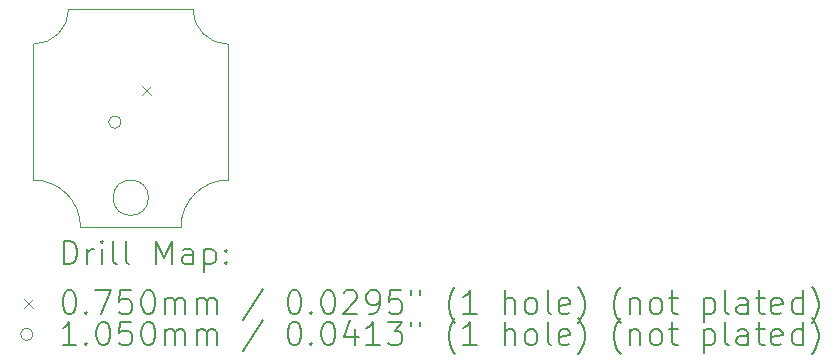
<source format=gbr>
%TF.GenerationSoftware,KiCad,Pcbnew,8.0.2*%
%TF.CreationDate,2024-10-03T22:03:05+02:00*%
%TF.ProjectId,skrhade_single_pcb,736b7268-6164-4655-9f73-696e676c655f,rev?*%
%TF.SameCoordinates,Original*%
%TF.FileFunction,Drillmap*%
%TF.FilePolarity,Positive*%
%FSLAX45Y45*%
G04 Gerber Fmt 4.5, Leading zero omitted, Abs format (unit mm)*
G04 Created by KiCad (PCBNEW 8.0.2) date 2024-10-03 22:03:05*
%MOMM*%
%LPD*%
G01*
G04 APERTURE LIST*
%ADD10C,0.050000*%
%ADD11C,0.200000*%
%ADD12C,0.100000*%
%ADD13C,0.105000*%
G04 APERTURE END LIST*
D10*
X9325000Y-11600000D02*
G75*
G02*
X9025000Y-11600000I-150000J0D01*
G01*
X9025000Y-11600000D02*
G75*
G02*
X9325000Y-11600000I150000J0D01*
G01*
X8750000Y-11850000D02*
X9600000Y-11850000D01*
X8350000Y-11450000D02*
G75*
G02*
X8750000Y-11850000I0J-400000D01*
G01*
X10000000Y-10300000D02*
G75*
G02*
X9700000Y-10000000I0J300000D01*
G01*
X8650000Y-10000000D02*
G75*
G02*
X8350000Y-10300000I-300000J0D01*
G01*
X10000000Y-10300000D02*
X10000000Y-11450000D01*
X8650000Y-10000000D02*
X9700000Y-10000000D01*
X8350000Y-11450000D02*
X8350000Y-10300000D01*
X9600000Y-11850000D02*
G75*
G02*
X10000000Y-11450000I400000J0D01*
G01*
D11*
D12*
X9271850Y-10653150D02*
X9346850Y-10728150D01*
X9346850Y-10653150D02*
X9271850Y-10728150D01*
D13*
X9093150Y-10959350D02*
G75*
G02*
X8988150Y-10959350I-52500J0D01*
G01*
X8988150Y-10959350D02*
G75*
G02*
X9093150Y-10959350I52500J0D01*
G01*
D11*
X8608277Y-12163984D02*
X8608277Y-11963984D01*
X8608277Y-11963984D02*
X8655896Y-11963984D01*
X8655896Y-11963984D02*
X8684467Y-11973508D01*
X8684467Y-11973508D02*
X8703515Y-11992555D01*
X8703515Y-11992555D02*
X8713039Y-12011603D01*
X8713039Y-12011603D02*
X8722563Y-12049698D01*
X8722563Y-12049698D02*
X8722563Y-12078269D01*
X8722563Y-12078269D02*
X8713039Y-12116365D01*
X8713039Y-12116365D02*
X8703515Y-12135412D01*
X8703515Y-12135412D02*
X8684467Y-12154460D01*
X8684467Y-12154460D02*
X8655896Y-12163984D01*
X8655896Y-12163984D02*
X8608277Y-12163984D01*
X8808277Y-12163984D02*
X8808277Y-12030650D01*
X8808277Y-12068746D02*
X8817801Y-12049698D01*
X8817801Y-12049698D02*
X8827324Y-12040174D01*
X8827324Y-12040174D02*
X8846372Y-12030650D01*
X8846372Y-12030650D02*
X8865420Y-12030650D01*
X8932086Y-12163984D02*
X8932086Y-12030650D01*
X8932086Y-11963984D02*
X8922563Y-11973508D01*
X8922563Y-11973508D02*
X8932086Y-11983031D01*
X8932086Y-11983031D02*
X8941610Y-11973508D01*
X8941610Y-11973508D02*
X8932086Y-11963984D01*
X8932086Y-11963984D02*
X8932086Y-11983031D01*
X9055896Y-12163984D02*
X9036848Y-12154460D01*
X9036848Y-12154460D02*
X9027324Y-12135412D01*
X9027324Y-12135412D02*
X9027324Y-11963984D01*
X9160658Y-12163984D02*
X9141610Y-12154460D01*
X9141610Y-12154460D02*
X9132086Y-12135412D01*
X9132086Y-12135412D02*
X9132086Y-11963984D01*
X9389229Y-12163984D02*
X9389229Y-11963984D01*
X9389229Y-11963984D02*
X9455896Y-12106841D01*
X9455896Y-12106841D02*
X9522563Y-11963984D01*
X9522563Y-11963984D02*
X9522563Y-12163984D01*
X9703515Y-12163984D02*
X9703515Y-12059222D01*
X9703515Y-12059222D02*
X9693991Y-12040174D01*
X9693991Y-12040174D02*
X9674944Y-12030650D01*
X9674944Y-12030650D02*
X9636848Y-12030650D01*
X9636848Y-12030650D02*
X9617801Y-12040174D01*
X9703515Y-12154460D02*
X9684467Y-12163984D01*
X9684467Y-12163984D02*
X9636848Y-12163984D01*
X9636848Y-12163984D02*
X9617801Y-12154460D01*
X9617801Y-12154460D02*
X9608277Y-12135412D01*
X9608277Y-12135412D02*
X9608277Y-12116365D01*
X9608277Y-12116365D02*
X9617801Y-12097317D01*
X9617801Y-12097317D02*
X9636848Y-12087793D01*
X9636848Y-12087793D02*
X9684467Y-12087793D01*
X9684467Y-12087793D02*
X9703515Y-12078269D01*
X9798753Y-12030650D02*
X9798753Y-12230650D01*
X9798753Y-12040174D02*
X9817801Y-12030650D01*
X9817801Y-12030650D02*
X9855896Y-12030650D01*
X9855896Y-12030650D02*
X9874944Y-12040174D01*
X9874944Y-12040174D02*
X9884467Y-12049698D01*
X9884467Y-12049698D02*
X9893991Y-12068746D01*
X9893991Y-12068746D02*
X9893991Y-12125888D01*
X9893991Y-12125888D02*
X9884467Y-12144936D01*
X9884467Y-12144936D02*
X9874944Y-12154460D01*
X9874944Y-12154460D02*
X9855896Y-12163984D01*
X9855896Y-12163984D02*
X9817801Y-12163984D01*
X9817801Y-12163984D02*
X9798753Y-12154460D01*
X9979705Y-12144936D02*
X9989229Y-12154460D01*
X9989229Y-12154460D02*
X9979705Y-12163984D01*
X9979705Y-12163984D02*
X9970182Y-12154460D01*
X9970182Y-12154460D02*
X9979705Y-12144936D01*
X9979705Y-12144936D02*
X9979705Y-12163984D01*
X9979705Y-12040174D02*
X9989229Y-12049698D01*
X9989229Y-12049698D02*
X9979705Y-12059222D01*
X9979705Y-12059222D02*
X9970182Y-12049698D01*
X9970182Y-12049698D02*
X9979705Y-12040174D01*
X9979705Y-12040174D02*
X9979705Y-12059222D01*
D12*
X8272500Y-12455000D02*
X8347500Y-12530000D01*
X8347500Y-12455000D02*
X8272500Y-12530000D01*
D11*
X8646372Y-12383984D02*
X8665420Y-12383984D01*
X8665420Y-12383984D02*
X8684467Y-12393508D01*
X8684467Y-12393508D02*
X8693991Y-12403031D01*
X8693991Y-12403031D02*
X8703515Y-12422079D01*
X8703515Y-12422079D02*
X8713039Y-12460174D01*
X8713039Y-12460174D02*
X8713039Y-12507793D01*
X8713039Y-12507793D02*
X8703515Y-12545888D01*
X8703515Y-12545888D02*
X8693991Y-12564936D01*
X8693991Y-12564936D02*
X8684467Y-12574460D01*
X8684467Y-12574460D02*
X8665420Y-12583984D01*
X8665420Y-12583984D02*
X8646372Y-12583984D01*
X8646372Y-12583984D02*
X8627324Y-12574460D01*
X8627324Y-12574460D02*
X8617801Y-12564936D01*
X8617801Y-12564936D02*
X8608277Y-12545888D01*
X8608277Y-12545888D02*
X8598753Y-12507793D01*
X8598753Y-12507793D02*
X8598753Y-12460174D01*
X8598753Y-12460174D02*
X8608277Y-12422079D01*
X8608277Y-12422079D02*
X8617801Y-12403031D01*
X8617801Y-12403031D02*
X8627324Y-12393508D01*
X8627324Y-12393508D02*
X8646372Y-12383984D01*
X8798753Y-12564936D02*
X8808277Y-12574460D01*
X8808277Y-12574460D02*
X8798753Y-12583984D01*
X8798753Y-12583984D02*
X8789229Y-12574460D01*
X8789229Y-12574460D02*
X8798753Y-12564936D01*
X8798753Y-12564936D02*
X8798753Y-12583984D01*
X8874944Y-12383984D02*
X9008277Y-12383984D01*
X9008277Y-12383984D02*
X8922563Y-12583984D01*
X9179705Y-12383984D02*
X9084467Y-12383984D01*
X9084467Y-12383984D02*
X9074944Y-12479222D01*
X9074944Y-12479222D02*
X9084467Y-12469698D01*
X9084467Y-12469698D02*
X9103515Y-12460174D01*
X9103515Y-12460174D02*
X9151134Y-12460174D01*
X9151134Y-12460174D02*
X9170182Y-12469698D01*
X9170182Y-12469698D02*
X9179705Y-12479222D01*
X9179705Y-12479222D02*
X9189229Y-12498269D01*
X9189229Y-12498269D02*
X9189229Y-12545888D01*
X9189229Y-12545888D02*
X9179705Y-12564936D01*
X9179705Y-12564936D02*
X9170182Y-12574460D01*
X9170182Y-12574460D02*
X9151134Y-12583984D01*
X9151134Y-12583984D02*
X9103515Y-12583984D01*
X9103515Y-12583984D02*
X9084467Y-12574460D01*
X9084467Y-12574460D02*
X9074944Y-12564936D01*
X9313039Y-12383984D02*
X9332086Y-12383984D01*
X9332086Y-12383984D02*
X9351134Y-12393508D01*
X9351134Y-12393508D02*
X9360658Y-12403031D01*
X9360658Y-12403031D02*
X9370182Y-12422079D01*
X9370182Y-12422079D02*
X9379705Y-12460174D01*
X9379705Y-12460174D02*
X9379705Y-12507793D01*
X9379705Y-12507793D02*
X9370182Y-12545888D01*
X9370182Y-12545888D02*
X9360658Y-12564936D01*
X9360658Y-12564936D02*
X9351134Y-12574460D01*
X9351134Y-12574460D02*
X9332086Y-12583984D01*
X9332086Y-12583984D02*
X9313039Y-12583984D01*
X9313039Y-12583984D02*
X9293991Y-12574460D01*
X9293991Y-12574460D02*
X9284467Y-12564936D01*
X9284467Y-12564936D02*
X9274944Y-12545888D01*
X9274944Y-12545888D02*
X9265420Y-12507793D01*
X9265420Y-12507793D02*
X9265420Y-12460174D01*
X9265420Y-12460174D02*
X9274944Y-12422079D01*
X9274944Y-12422079D02*
X9284467Y-12403031D01*
X9284467Y-12403031D02*
X9293991Y-12393508D01*
X9293991Y-12393508D02*
X9313039Y-12383984D01*
X9465420Y-12583984D02*
X9465420Y-12450650D01*
X9465420Y-12469698D02*
X9474944Y-12460174D01*
X9474944Y-12460174D02*
X9493991Y-12450650D01*
X9493991Y-12450650D02*
X9522563Y-12450650D01*
X9522563Y-12450650D02*
X9541610Y-12460174D01*
X9541610Y-12460174D02*
X9551134Y-12479222D01*
X9551134Y-12479222D02*
X9551134Y-12583984D01*
X9551134Y-12479222D02*
X9560658Y-12460174D01*
X9560658Y-12460174D02*
X9579705Y-12450650D01*
X9579705Y-12450650D02*
X9608277Y-12450650D01*
X9608277Y-12450650D02*
X9627325Y-12460174D01*
X9627325Y-12460174D02*
X9636848Y-12479222D01*
X9636848Y-12479222D02*
X9636848Y-12583984D01*
X9732086Y-12583984D02*
X9732086Y-12450650D01*
X9732086Y-12469698D02*
X9741610Y-12460174D01*
X9741610Y-12460174D02*
X9760658Y-12450650D01*
X9760658Y-12450650D02*
X9789229Y-12450650D01*
X9789229Y-12450650D02*
X9808277Y-12460174D01*
X9808277Y-12460174D02*
X9817801Y-12479222D01*
X9817801Y-12479222D02*
X9817801Y-12583984D01*
X9817801Y-12479222D02*
X9827325Y-12460174D01*
X9827325Y-12460174D02*
X9846372Y-12450650D01*
X9846372Y-12450650D02*
X9874944Y-12450650D01*
X9874944Y-12450650D02*
X9893991Y-12460174D01*
X9893991Y-12460174D02*
X9903515Y-12479222D01*
X9903515Y-12479222D02*
X9903515Y-12583984D01*
X10293991Y-12374460D02*
X10122563Y-12631603D01*
X10551134Y-12383984D02*
X10570182Y-12383984D01*
X10570182Y-12383984D02*
X10589229Y-12393508D01*
X10589229Y-12393508D02*
X10598753Y-12403031D01*
X10598753Y-12403031D02*
X10608277Y-12422079D01*
X10608277Y-12422079D02*
X10617801Y-12460174D01*
X10617801Y-12460174D02*
X10617801Y-12507793D01*
X10617801Y-12507793D02*
X10608277Y-12545888D01*
X10608277Y-12545888D02*
X10598753Y-12564936D01*
X10598753Y-12564936D02*
X10589229Y-12574460D01*
X10589229Y-12574460D02*
X10570182Y-12583984D01*
X10570182Y-12583984D02*
X10551134Y-12583984D01*
X10551134Y-12583984D02*
X10532087Y-12574460D01*
X10532087Y-12574460D02*
X10522563Y-12564936D01*
X10522563Y-12564936D02*
X10513039Y-12545888D01*
X10513039Y-12545888D02*
X10503515Y-12507793D01*
X10503515Y-12507793D02*
X10503515Y-12460174D01*
X10503515Y-12460174D02*
X10513039Y-12422079D01*
X10513039Y-12422079D02*
X10522563Y-12403031D01*
X10522563Y-12403031D02*
X10532087Y-12393508D01*
X10532087Y-12393508D02*
X10551134Y-12383984D01*
X10703515Y-12564936D02*
X10713039Y-12574460D01*
X10713039Y-12574460D02*
X10703515Y-12583984D01*
X10703515Y-12583984D02*
X10693991Y-12574460D01*
X10693991Y-12574460D02*
X10703515Y-12564936D01*
X10703515Y-12564936D02*
X10703515Y-12583984D01*
X10836848Y-12383984D02*
X10855896Y-12383984D01*
X10855896Y-12383984D02*
X10874944Y-12393508D01*
X10874944Y-12393508D02*
X10884468Y-12403031D01*
X10884468Y-12403031D02*
X10893991Y-12422079D01*
X10893991Y-12422079D02*
X10903515Y-12460174D01*
X10903515Y-12460174D02*
X10903515Y-12507793D01*
X10903515Y-12507793D02*
X10893991Y-12545888D01*
X10893991Y-12545888D02*
X10884468Y-12564936D01*
X10884468Y-12564936D02*
X10874944Y-12574460D01*
X10874944Y-12574460D02*
X10855896Y-12583984D01*
X10855896Y-12583984D02*
X10836848Y-12583984D01*
X10836848Y-12583984D02*
X10817801Y-12574460D01*
X10817801Y-12574460D02*
X10808277Y-12564936D01*
X10808277Y-12564936D02*
X10798753Y-12545888D01*
X10798753Y-12545888D02*
X10789229Y-12507793D01*
X10789229Y-12507793D02*
X10789229Y-12460174D01*
X10789229Y-12460174D02*
X10798753Y-12422079D01*
X10798753Y-12422079D02*
X10808277Y-12403031D01*
X10808277Y-12403031D02*
X10817801Y-12393508D01*
X10817801Y-12393508D02*
X10836848Y-12383984D01*
X10979706Y-12403031D02*
X10989229Y-12393508D01*
X10989229Y-12393508D02*
X11008277Y-12383984D01*
X11008277Y-12383984D02*
X11055896Y-12383984D01*
X11055896Y-12383984D02*
X11074944Y-12393508D01*
X11074944Y-12393508D02*
X11084468Y-12403031D01*
X11084468Y-12403031D02*
X11093991Y-12422079D01*
X11093991Y-12422079D02*
X11093991Y-12441127D01*
X11093991Y-12441127D02*
X11084468Y-12469698D01*
X11084468Y-12469698D02*
X10970182Y-12583984D01*
X10970182Y-12583984D02*
X11093991Y-12583984D01*
X11189229Y-12583984D02*
X11227325Y-12583984D01*
X11227325Y-12583984D02*
X11246372Y-12574460D01*
X11246372Y-12574460D02*
X11255896Y-12564936D01*
X11255896Y-12564936D02*
X11274944Y-12536365D01*
X11274944Y-12536365D02*
X11284467Y-12498269D01*
X11284467Y-12498269D02*
X11284467Y-12422079D01*
X11284467Y-12422079D02*
X11274944Y-12403031D01*
X11274944Y-12403031D02*
X11265420Y-12393508D01*
X11265420Y-12393508D02*
X11246372Y-12383984D01*
X11246372Y-12383984D02*
X11208277Y-12383984D01*
X11208277Y-12383984D02*
X11189229Y-12393508D01*
X11189229Y-12393508D02*
X11179706Y-12403031D01*
X11179706Y-12403031D02*
X11170182Y-12422079D01*
X11170182Y-12422079D02*
X11170182Y-12469698D01*
X11170182Y-12469698D02*
X11179706Y-12488746D01*
X11179706Y-12488746D02*
X11189229Y-12498269D01*
X11189229Y-12498269D02*
X11208277Y-12507793D01*
X11208277Y-12507793D02*
X11246372Y-12507793D01*
X11246372Y-12507793D02*
X11265420Y-12498269D01*
X11265420Y-12498269D02*
X11274944Y-12488746D01*
X11274944Y-12488746D02*
X11284467Y-12469698D01*
X11465420Y-12383984D02*
X11370182Y-12383984D01*
X11370182Y-12383984D02*
X11360658Y-12479222D01*
X11360658Y-12479222D02*
X11370182Y-12469698D01*
X11370182Y-12469698D02*
X11389229Y-12460174D01*
X11389229Y-12460174D02*
X11436848Y-12460174D01*
X11436848Y-12460174D02*
X11455896Y-12469698D01*
X11455896Y-12469698D02*
X11465420Y-12479222D01*
X11465420Y-12479222D02*
X11474944Y-12498269D01*
X11474944Y-12498269D02*
X11474944Y-12545888D01*
X11474944Y-12545888D02*
X11465420Y-12564936D01*
X11465420Y-12564936D02*
X11455896Y-12574460D01*
X11455896Y-12574460D02*
X11436848Y-12583984D01*
X11436848Y-12583984D02*
X11389229Y-12583984D01*
X11389229Y-12583984D02*
X11370182Y-12574460D01*
X11370182Y-12574460D02*
X11360658Y-12564936D01*
X11551134Y-12383984D02*
X11551134Y-12422079D01*
X11627325Y-12383984D02*
X11627325Y-12422079D01*
X11922563Y-12660174D02*
X11913039Y-12650650D01*
X11913039Y-12650650D02*
X11893991Y-12622079D01*
X11893991Y-12622079D02*
X11884468Y-12603031D01*
X11884468Y-12603031D02*
X11874944Y-12574460D01*
X11874944Y-12574460D02*
X11865420Y-12526841D01*
X11865420Y-12526841D02*
X11865420Y-12488746D01*
X11865420Y-12488746D02*
X11874944Y-12441127D01*
X11874944Y-12441127D02*
X11884468Y-12412555D01*
X11884468Y-12412555D02*
X11893991Y-12393508D01*
X11893991Y-12393508D02*
X11913039Y-12364936D01*
X11913039Y-12364936D02*
X11922563Y-12355412D01*
X12103515Y-12583984D02*
X11989229Y-12583984D01*
X12046372Y-12583984D02*
X12046372Y-12383984D01*
X12046372Y-12383984D02*
X12027325Y-12412555D01*
X12027325Y-12412555D02*
X12008277Y-12431603D01*
X12008277Y-12431603D02*
X11989229Y-12441127D01*
X12341610Y-12583984D02*
X12341610Y-12383984D01*
X12427325Y-12583984D02*
X12427325Y-12479222D01*
X12427325Y-12479222D02*
X12417801Y-12460174D01*
X12417801Y-12460174D02*
X12398753Y-12450650D01*
X12398753Y-12450650D02*
X12370182Y-12450650D01*
X12370182Y-12450650D02*
X12351134Y-12460174D01*
X12351134Y-12460174D02*
X12341610Y-12469698D01*
X12551134Y-12583984D02*
X12532087Y-12574460D01*
X12532087Y-12574460D02*
X12522563Y-12564936D01*
X12522563Y-12564936D02*
X12513039Y-12545888D01*
X12513039Y-12545888D02*
X12513039Y-12488746D01*
X12513039Y-12488746D02*
X12522563Y-12469698D01*
X12522563Y-12469698D02*
X12532087Y-12460174D01*
X12532087Y-12460174D02*
X12551134Y-12450650D01*
X12551134Y-12450650D02*
X12579706Y-12450650D01*
X12579706Y-12450650D02*
X12598753Y-12460174D01*
X12598753Y-12460174D02*
X12608277Y-12469698D01*
X12608277Y-12469698D02*
X12617801Y-12488746D01*
X12617801Y-12488746D02*
X12617801Y-12545888D01*
X12617801Y-12545888D02*
X12608277Y-12564936D01*
X12608277Y-12564936D02*
X12598753Y-12574460D01*
X12598753Y-12574460D02*
X12579706Y-12583984D01*
X12579706Y-12583984D02*
X12551134Y-12583984D01*
X12732087Y-12583984D02*
X12713039Y-12574460D01*
X12713039Y-12574460D02*
X12703515Y-12555412D01*
X12703515Y-12555412D02*
X12703515Y-12383984D01*
X12884468Y-12574460D02*
X12865420Y-12583984D01*
X12865420Y-12583984D02*
X12827325Y-12583984D01*
X12827325Y-12583984D02*
X12808277Y-12574460D01*
X12808277Y-12574460D02*
X12798753Y-12555412D01*
X12798753Y-12555412D02*
X12798753Y-12479222D01*
X12798753Y-12479222D02*
X12808277Y-12460174D01*
X12808277Y-12460174D02*
X12827325Y-12450650D01*
X12827325Y-12450650D02*
X12865420Y-12450650D01*
X12865420Y-12450650D02*
X12884468Y-12460174D01*
X12884468Y-12460174D02*
X12893991Y-12479222D01*
X12893991Y-12479222D02*
X12893991Y-12498269D01*
X12893991Y-12498269D02*
X12798753Y-12517317D01*
X12960658Y-12660174D02*
X12970182Y-12650650D01*
X12970182Y-12650650D02*
X12989230Y-12622079D01*
X12989230Y-12622079D02*
X12998753Y-12603031D01*
X12998753Y-12603031D02*
X13008277Y-12574460D01*
X13008277Y-12574460D02*
X13017801Y-12526841D01*
X13017801Y-12526841D02*
X13017801Y-12488746D01*
X13017801Y-12488746D02*
X13008277Y-12441127D01*
X13008277Y-12441127D02*
X12998753Y-12412555D01*
X12998753Y-12412555D02*
X12989230Y-12393508D01*
X12989230Y-12393508D02*
X12970182Y-12364936D01*
X12970182Y-12364936D02*
X12960658Y-12355412D01*
X13322563Y-12660174D02*
X13313039Y-12650650D01*
X13313039Y-12650650D02*
X13293991Y-12622079D01*
X13293991Y-12622079D02*
X13284468Y-12603031D01*
X13284468Y-12603031D02*
X13274944Y-12574460D01*
X13274944Y-12574460D02*
X13265420Y-12526841D01*
X13265420Y-12526841D02*
X13265420Y-12488746D01*
X13265420Y-12488746D02*
X13274944Y-12441127D01*
X13274944Y-12441127D02*
X13284468Y-12412555D01*
X13284468Y-12412555D02*
X13293991Y-12393508D01*
X13293991Y-12393508D02*
X13313039Y-12364936D01*
X13313039Y-12364936D02*
X13322563Y-12355412D01*
X13398753Y-12450650D02*
X13398753Y-12583984D01*
X13398753Y-12469698D02*
X13408277Y-12460174D01*
X13408277Y-12460174D02*
X13427325Y-12450650D01*
X13427325Y-12450650D02*
X13455896Y-12450650D01*
X13455896Y-12450650D02*
X13474944Y-12460174D01*
X13474944Y-12460174D02*
X13484468Y-12479222D01*
X13484468Y-12479222D02*
X13484468Y-12583984D01*
X13608277Y-12583984D02*
X13589230Y-12574460D01*
X13589230Y-12574460D02*
X13579706Y-12564936D01*
X13579706Y-12564936D02*
X13570182Y-12545888D01*
X13570182Y-12545888D02*
X13570182Y-12488746D01*
X13570182Y-12488746D02*
X13579706Y-12469698D01*
X13579706Y-12469698D02*
X13589230Y-12460174D01*
X13589230Y-12460174D02*
X13608277Y-12450650D01*
X13608277Y-12450650D02*
X13636849Y-12450650D01*
X13636849Y-12450650D02*
X13655896Y-12460174D01*
X13655896Y-12460174D02*
X13665420Y-12469698D01*
X13665420Y-12469698D02*
X13674944Y-12488746D01*
X13674944Y-12488746D02*
X13674944Y-12545888D01*
X13674944Y-12545888D02*
X13665420Y-12564936D01*
X13665420Y-12564936D02*
X13655896Y-12574460D01*
X13655896Y-12574460D02*
X13636849Y-12583984D01*
X13636849Y-12583984D02*
X13608277Y-12583984D01*
X13732087Y-12450650D02*
X13808277Y-12450650D01*
X13760658Y-12383984D02*
X13760658Y-12555412D01*
X13760658Y-12555412D02*
X13770182Y-12574460D01*
X13770182Y-12574460D02*
X13789230Y-12583984D01*
X13789230Y-12583984D02*
X13808277Y-12583984D01*
X14027325Y-12450650D02*
X14027325Y-12650650D01*
X14027325Y-12460174D02*
X14046372Y-12450650D01*
X14046372Y-12450650D02*
X14084468Y-12450650D01*
X14084468Y-12450650D02*
X14103515Y-12460174D01*
X14103515Y-12460174D02*
X14113039Y-12469698D01*
X14113039Y-12469698D02*
X14122563Y-12488746D01*
X14122563Y-12488746D02*
X14122563Y-12545888D01*
X14122563Y-12545888D02*
X14113039Y-12564936D01*
X14113039Y-12564936D02*
X14103515Y-12574460D01*
X14103515Y-12574460D02*
X14084468Y-12583984D01*
X14084468Y-12583984D02*
X14046372Y-12583984D01*
X14046372Y-12583984D02*
X14027325Y-12574460D01*
X14236849Y-12583984D02*
X14217801Y-12574460D01*
X14217801Y-12574460D02*
X14208277Y-12555412D01*
X14208277Y-12555412D02*
X14208277Y-12383984D01*
X14398753Y-12583984D02*
X14398753Y-12479222D01*
X14398753Y-12479222D02*
X14389230Y-12460174D01*
X14389230Y-12460174D02*
X14370182Y-12450650D01*
X14370182Y-12450650D02*
X14332087Y-12450650D01*
X14332087Y-12450650D02*
X14313039Y-12460174D01*
X14398753Y-12574460D02*
X14379706Y-12583984D01*
X14379706Y-12583984D02*
X14332087Y-12583984D01*
X14332087Y-12583984D02*
X14313039Y-12574460D01*
X14313039Y-12574460D02*
X14303515Y-12555412D01*
X14303515Y-12555412D02*
X14303515Y-12536365D01*
X14303515Y-12536365D02*
X14313039Y-12517317D01*
X14313039Y-12517317D02*
X14332087Y-12507793D01*
X14332087Y-12507793D02*
X14379706Y-12507793D01*
X14379706Y-12507793D02*
X14398753Y-12498269D01*
X14465420Y-12450650D02*
X14541611Y-12450650D01*
X14493992Y-12383984D02*
X14493992Y-12555412D01*
X14493992Y-12555412D02*
X14503515Y-12574460D01*
X14503515Y-12574460D02*
X14522563Y-12583984D01*
X14522563Y-12583984D02*
X14541611Y-12583984D01*
X14684468Y-12574460D02*
X14665420Y-12583984D01*
X14665420Y-12583984D02*
X14627325Y-12583984D01*
X14627325Y-12583984D02*
X14608277Y-12574460D01*
X14608277Y-12574460D02*
X14598753Y-12555412D01*
X14598753Y-12555412D02*
X14598753Y-12479222D01*
X14598753Y-12479222D02*
X14608277Y-12460174D01*
X14608277Y-12460174D02*
X14627325Y-12450650D01*
X14627325Y-12450650D02*
X14665420Y-12450650D01*
X14665420Y-12450650D02*
X14684468Y-12460174D01*
X14684468Y-12460174D02*
X14693992Y-12479222D01*
X14693992Y-12479222D02*
X14693992Y-12498269D01*
X14693992Y-12498269D02*
X14598753Y-12517317D01*
X14865420Y-12583984D02*
X14865420Y-12383984D01*
X14865420Y-12574460D02*
X14846373Y-12583984D01*
X14846373Y-12583984D02*
X14808277Y-12583984D01*
X14808277Y-12583984D02*
X14789230Y-12574460D01*
X14789230Y-12574460D02*
X14779706Y-12564936D01*
X14779706Y-12564936D02*
X14770182Y-12545888D01*
X14770182Y-12545888D02*
X14770182Y-12488746D01*
X14770182Y-12488746D02*
X14779706Y-12469698D01*
X14779706Y-12469698D02*
X14789230Y-12460174D01*
X14789230Y-12460174D02*
X14808277Y-12450650D01*
X14808277Y-12450650D02*
X14846373Y-12450650D01*
X14846373Y-12450650D02*
X14865420Y-12460174D01*
X14941611Y-12660174D02*
X14951134Y-12650650D01*
X14951134Y-12650650D02*
X14970182Y-12622079D01*
X14970182Y-12622079D02*
X14979706Y-12603031D01*
X14979706Y-12603031D02*
X14989230Y-12574460D01*
X14989230Y-12574460D02*
X14998753Y-12526841D01*
X14998753Y-12526841D02*
X14998753Y-12488746D01*
X14998753Y-12488746D02*
X14989230Y-12441127D01*
X14989230Y-12441127D02*
X14979706Y-12412555D01*
X14979706Y-12412555D02*
X14970182Y-12393508D01*
X14970182Y-12393508D02*
X14951134Y-12364936D01*
X14951134Y-12364936D02*
X14941611Y-12355412D01*
D13*
X8347500Y-12756500D02*
G75*
G02*
X8242500Y-12756500I-52500J0D01*
G01*
X8242500Y-12756500D02*
G75*
G02*
X8347500Y-12756500I52500J0D01*
G01*
D11*
X8713039Y-12847984D02*
X8598753Y-12847984D01*
X8655896Y-12847984D02*
X8655896Y-12647984D01*
X8655896Y-12647984D02*
X8636848Y-12676555D01*
X8636848Y-12676555D02*
X8617801Y-12695603D01*
X8617801Y-12695603D02*
X8598753Y-12705127D01*
X8798753Y-12828936D02*
X8808277Y-12838460D01*
X8808277Y-12838460D02*
X8798753Y-12847984D01*
X8798753Y-12847984D02*
X8789229Y-12838460D01*
X8789229Y-12838460D02*
X8798753Y-12828936D01*
X8798753Y-12828936D02*
X8798753Y-12847984D01*
X8932086Y-12647984D02*
X8951134Y-12647984D01*
X8951134Y-12647984D02*
X8970182Y-12657508D01*
X8970182Y-12657508D02*
X8979705Y-12667031D01*
X8979705Y-12667031D02*
X8989229Y-12686079D01*
X8989229Y-12686079D02*
X8998753Y-12724174D01*
X8998753Y-12724174D02*
X8998753Y-12771793D01*
X8998753Y-12771793D02*
X8989229Y-12809888D01*
X8989229Y-12809888D02*
X8979705Y-12828936D01*
X8979705Y-12828936D02*
X8970182Y-12838460D01*
X8970182Y-12838460D02*
X8951134Y-12847984D01*
X8951134Y-12847984D02*
X8932086Y-12847984D01*
X8932086Y-12847984D02*
X8913039Y-12838460D01*
X8913039Y-12838460D02*
X8903515Y-12828936D01*
X8903515Y-12828936D02*
X8893991Y-12809888D01*
X8893991Y-12809888D02*
X8884467Y-12771793D01*
X8884467Y-12771793D02*
X8884467Y-12724174D01*
X8884467Y-12724174D02*
X8893991Y-12686079D01*
X8893991Y-12686079D02*
X8903515Y-12667031D01*
X8903515Y-12667031D02*
X8913039Y-12657508D01*
X8913039Y-12657508D02*
X8932086Y-12647984D01*
X9179705Y-12647984D02*
X9084467Y-12647984D01*
X9084467Y-12647984D02*
X9074944Y-12743222D01*
X9074944Y-12743222D02*
X9084467Y-12733698D01*
X9084467Y-12733698D02*
X9103515Y-12724174D01*
X9103515Y-12724174D02*
X9151134Y-12724174D01*
X9151134Y-12724174D02*
X9170182Y-12733698D01*
X9170182Y-12733698D02*
X9179705Y-12743222D01*
X9179705Y-12743222D02*
X9189229Y-12762269D01*
X9189229Y-12762269D02*
X9189229Y-12809888D01*
X9189229Y-12809888D02*
X9179705Y-12828936D01*
X9179705Y-12828936D02*
X9170182Y-12838460D01*
X9170182Y-12838460D02*
X9151134Y-12847984D01*
X9151134Y-12847984D02*
X9103515Y-12847984D01*
X9103515Y-12847984D02*
X9084467Y-12838460D01*
X9084467Y-12838460D02*
X9074944Y-12828936D01*
X9313039Y-12647984D02*
X9332086Y-12647984D01*
X9332086Y-12647984D02*
X9351134Y-12657508D01*
X9351134Y-12657508D02*
X9360658Y-12667031D01*
X9360658Y-12667031D02*
X9370182Y-12686079D01*
X9370182Y-12686079D02*
X9379705Y-12724174D01*
X9379705Y-12724174D02*
X9379705Y-12771793D01*
X9379705Y-12771793D02*
X9370182Y-12809888D01*
X9370182Y-12809888D02*
X9360658Y-12828936D01*
X9360658Y-12828936D02*
X9351134Y-12838460D01*
X9351134Y-12838460D02*
X9332086Y-12847984D01*
X9332086Y-12847984D02*
X9313039Y-12847984D01*
X9313039Y-12847984D02*
X9293991Y-12838460D01*
X9293991Y-12838460D02*
X9284467Y-12828936D01*
X9284467Y-12828936D02*
X9274944Y-12809888D01*
X9274944Y-12809888D02*
X9265420Y-12771793D01*
X9265420Y-12771793D02*
X9265420Y-12724174D01*
X9265420Y-12724174D02*
X9274944Y-12686079D01*
X9274944Y-12686079D02*
X9284467Y-12667031D01*
X9284467Y-12667031D02*
X9293991Y-12657508D01*
X9293991Y-12657508D02*
X9313039Y-12647984D01*
X9465420Y-12847984D02*
X9465420Y-12714650D01*
X9465420Y-12733698D02*
X9474944Y-12724174D01*
X9474944Y-12724174D02*
X9493991Y-12714650D01*
X9493991Y-12714650D02*
X9522563Y-12714650D01*
X9522563Y-12714650D02*
X9541610Y-12724174D01*
X9541610Y-12724174D02*
X9551134Y-12743222D01*
X9551134Y-12743222D02*
X9551134Y-12847984D01*
X9551134Y-12743222D02*
X9560658Y-12724174D01*
X9560658Y-12724174D02*
X9579705Y-12714650D01*
X9579705Y-12714650D02*
X9608277Y-12714650D01*
X9608277Y-12714650D02*
X9627325Y-12724174D01*
X9627325Y-12724174D02*
X9636848Y-12743222D01*
X9636848Y-12743222D02*
X9636848Y-12847984D01*
X9732086Y-12847984D02*
X9732086Y-12714650D01*
X9732086Y-12733698D02*
X9741610Y-12724174D01*
X9741610Y-12724174D02*
X9760658Y-12714650D01*
X9760658Y-12714650D02*
X9789229Y-12714650D01*
X9789229Y-12714650D02*
X9808277Y-12724174D01*
X9808277Y-12724174D02*
X9817801Y-12743222D01*
X9817801Y-12743222D02*
X9817801Y-12847984D01*
X9817801Y-12743222D02*
X9827325Y-12724174D01*
X9827325Y-12724174D02*
X9846372Y-12714650D01*
X9846372Y-12714650D02*
X9874944Y-12714650D01*
X9874944Y-12714650D02*
X9893991Y-12724174D01*
X9893991Y-12724174D02*
X9903515Y-12743222D01*
X9903515Y-12743222D02*
X9903515Y-12847984D01*
X10293991Y-12638460D02*
X10122563Y-12895603D01*
X10551134Y-12647984D02*
X10570182Y-12647984D01*
X10570182Y-12647984D02*
X10589229Y-12657508D01*
X10589229Y-12657508D02*
X10598753Y-12667031D01*
X10598753Y-12667031D02*
X10608277Y-12686079D01*
X10608277Y-12686079D02*
X10617801Y-12724174D01*
X10617801Y-12724174D02*
X10617801Y-12771793D01*
X10617801Y-12771793D02*
X10608277Y-12809888D01*
X10608277Y-12809888D02*
X10598753Y-12828936D01*
X10598753Y-12828936D02*
X10589229Y-12838460D01*
X10589229Y-12838460D02*
X10570182Y-12847984D01*
X10570182Y-12847984D02*
X10551134Y-12847984D01*
X10551134Y-12847984D02*
X10532087Y-12838460D01*
X10532087Y-12838460D02*
X10522563Y-12828936D01*
X10522563Y-12828936D02*
X10513039Y-12809888D01*
X10513039Y-12809888D02*
X10503515Y-12771793D01*
X10503515Y-12771793D02*
X10503515Y-12724174D01*
X10503515Y-12724174D02*
X10513039Y-12686079D01*
X10513039Y-12686079D02*
X10522563Y-12667031D01*
X10522563Y-12667031D02*
X10532087Y-12657508D01*
X10532087Y-12657508D02*
X10551134Y-12647984D01*
X10703515Y-12828936D02*
X10713039Y-12838460D01*
X10713039Y-12838460D02*
X10703515Y-12847984D01*
X10703515Y-12847984D02*
X10693991Y-12838460D01*
X10693991Y-12838460D02*
X10703515Y-12828936D01*
X10703515Y-12828936D02*
X10703515Y-12847984D01*
X10836848Y-12647984D02*
X10855896Y-12647984D01*
X10855896Y-12647984D02*
X10874944Y-12657508D01*
X10874944Y-12657508D02*
X10884468Y-12667031D01*
X10884468Y-12667031D02*
X10893991Y-12686079D01*
X10893991Y-12686079D02*
X10903515Y-12724174D01*
X10903515Y-12724174D02*
X10903515Y-12771793D01*
X10903515Y-12771793D02*
X10893991Y-12809888D01*
X10893991Y-12809888D02*
X10884468Y-12828936D01*
X10884468Y-12828936D02*
X10874944Y-12838460D01*
X10874944Y-12838460D02*
X10855896Y-12847984D01*
X10855896Y-12847984D02*
X10836848Y-12847984D01*
X10836848Y-12847984D02*
X10817801Y-12838460D01*
X10817801Y-12838460D02*
X10808277Y-12828936D01*
X10808277Y-12828936D02*
X10798753Y-12809888D01*
X10798753Y-12809888D02*
X10789229Y-12771793D01*
X10789229Y-12771793D02*
X10789229Y-12724174D01*
X10789229Y-12724174D02*
X10798753Y-12686079D01*
X10798753Y-12686079D02*
X10808277Y-12667031D01*
X10808277Y-12667031D02*
X10817801Y-12657508D01*
X10817801Y-12657508D02*
X10836848Y-12647984D01*
X11074944Y-12714650D02*
X11074944Y-12847984D01*
X11027325Y-12638460D02*
X10979706Y-12781317D01*
X10979706Y-12781317D02*
X11103515Y-12781317D01*
X11284467Y-12847984D02*
X11170182Y-12847984D01*
X11227325Y-12847984D02*
X11227325Y-12647984D01*
X11227325Y-12647984D02*
X11208277Y-12676555D01*
X11208277Y-12676555D02*
X11189229Y-12695603D01*
X11189229Y-12695603D02*
X11170182Y-12705127D01*
X11351134Y-12647984D02*
X11474944Y-12647984D01*
X11474944Y-12647984D02*
X11408277Y-12724174D01*
X11408277Y-12724174D02*
X11436848Y-12724174D01*
X11436848Y-12724174D02*
X11455896Y-12733698D01*
X11455896Y-12733698D02*
X11465420Y-12743222D01*
X11465420Y-12743222D02*
X11474944Y-12762269D01*
X11474944Y-12762269D02*
X11474944Y-12809888D01*
X11474944Y-12809888D02*
X11465420Y-12828936D01*
X11465420Y-12828936D02*
X11455896Y-12838460D01*
X11455896Y-12838460D02*
X11436848Y-12847984D01*
X11436848Y-12847984D02*
X11379706Y-12847984D01*
X11379706Y-12847984D02*
X11360658Y-12838460D01*
X11360658Y-12838460D02*
X11351134Y-12828936D01*
X11551134Y-12647984D02*
X11551134Y-12686079D01*
X11627325Y-12647984D02*
X11627325Y-12686079D01*
X11922563Y-12924174D02*
X11913039Y-12914650D01*
X11913039Y-12914650D02*
X11893991Y-12886079D01*
X11893991Y-12886079D02*
X11884468Y-12867031D01*
X11884468Y-12867031D02*
X11874944Y-12838460D01*
X11874944Y-12838460D02*
X11865420Y-12790841D01*
X11865420Y-12790841D02*
X11865420Y-12752746D01*
X11865420Y-12752746D02*
X11874944Y-12705127D01*
X11874944Y-12705127D02*
X11884468Y-12676555D01*
X11884468Y-12676555D02*
X11893991Y-12657508D01*
X11893991Y-12657508D02*
X11913039Y-12628936D01*
X11913039Y-12628936D02*
X11922563Y-12619412D01*
X12103515Y-12847984D02*
X11989229Y-12847984D01*
X12046372Y-12847984D02*
X12046372Y-12647984D01*
X12046372Y-12647984D02*
X12027325Y-12676555D01*
X12027325Y-12676555D02*
X12008277Y-12695603D01*
X12008277Y-12695603D02*
X11989229Y-12705127D01*
X12341610Y-12847984D02*
X12341610Y-12647984D01*
X12427325Y-12847984D02*
X12427325Y-12743222D01*
X12427325Y-12743222D02*
X12417801Y-12724174D01*
X12417801Y-12724174D02*
X12398753Y-12714650D01*
X12398753Y-12714650D02*
X12370182Y-12714650D01*
X12370182Y-12714650D02*
X12351134Y-12724174D01*
X12351134Y-12724174D02*
X12341610Y-12733698D01*
X12551134Y-12847984D02*
X12532087Y-12838460D01*
X12532087Y-12838460D02*
X12522563Y-12828936D01*
X12522563Y-12828936D02*
X12513039Y-12809888D01*
X12513039Y-12809888D02*
X12513039Y-12752746D01*
X12513039Y-12752746D02*
X12522563Y-12733698D01*
X12522563Y-12733698D02*
X12532087Y-12724174D01*
X12532087Y-12724174D02*
X12551134Y-12714650D01*
X12551134Y-12714650D02*
X12579706Y-12714650D01*
X12579706Y-12714650D02*
X12598753Y-12724174D01*
X12598753Y-12724174D02*
X12608277Y-12733698D01*
X12608277Y-12733698D02*
X12617801Y-12752746D01*
X12617801Y-12752746D02*
X12617801Y-12809888D01*
X12617801Y-12809888D02*
X12608277Y-12828936D01*
X12608277Y-12828936D02*
X12598753Y-12838460D01*
X12598753Y-12838460D02*
X12579706Y-12847984D01*
X12579706Y-12847984D02*
X12551134Y-12847984D01*
X12732087Y-12847984D02*
X12713039Y-12838460D01*
X12713039Y-12838460D02*
X12703515Y-12819412D01*
X12703515Y-12819412D02*
X12703515Y-12647984D01*
X12884468Y-12838460D02*
X12865420Y-12847984D01*
X12865420Y-12847984D02*
X12827325Y-12847984D01*
X12827325Y-12847984D02*
X12808277Y-12838460D01*
X12808277Y-12838460D02*
X12798753Y-12819412D01*
X12798753Y-12819412D02*
X12798753Y-12743222D01*
X12798753Y-12743222D02*
X12808277Y-12724174D01*
X12808277Y-12724174D02*
X12827325Y-12714650D01*
X12827325Y-12714650D02*
X12865420Y-12714650D01*
X12865420Y-12714650D02*
X12884468Y-12724174D01*
X12884468Y-12724174D02*
X12893991Y-12743222D01*
X12893991Y-12743222D02*
X12893991Y-12762269D01*
X12893991Y-12762269D02*
X12798753Y-12781317D01*
X12960658Y-12924174D02*
X12970182Y-12914650D01*
X12970182Y-12914650D02*
X12989230Y-12886079D01*
X12989230Y-12886079D02*
X12998753Y-12867031D01*
X12998753Y-12867031D02*
X13008277Y-12838460D01*
X13008277Y-12838460D02*
X13017801Y-12790841D01*
X13017801Y-12790841D02*
X13017801Y-12752746D01*
X13017801Y-12752746D02*
X13008277Y-12705127D01*
X13008277Y-12705127D02*
X12998753Y-12676555D01*
X12998753Y-12676555D02*
X12989230Y-12657508D01*
X12989230Y-12657508D02*
X12970182Y-12628936D01*
X12970182Y-12628936D02*
X12960658Y-12619412D01*
X13322563Y-12924174D02*
X13313039Y-12914650D01*
X13313039Y-12914650D02*
X13293991Y-12886079D01*
X13293991Y-12886079D02*
X13284468Y-12867031D01*
X13284468Y-12867031D02*
X13274944Y-12838460D01*
X13274944Y-12838460D02*
X13265420Y-12790841D01*
X13265420Y-12790841D02*
X13265420Y-12752746D01*
X13265420Y-12752746D02*
X13274944Y-12705127D01*
X13274944Y-12705127D02*
X13284468Y-12676555D01*
X13284468Y-12676555D02*
X13293991Y-12657508D01*
X13293991Y-12657508D02*
X13313039Y-12628936D01*
X13313039Y-12628936D02*
X13322563Y-12619412D01*
X13398753Y-12714650D02*
X13398753Y-12847984D01*
X13398753Y-12733698D02*
X13408277Y-12724174D01*
X13408277Y-12724174D02*
X13427325Y-12714650D01*
X13427325Y-12714650D02*
X13455896Y-12714650D01*
X13455896Y-12714650D02*
X13474944Y-12724174D01*
X13474944Y-12724174D02*
X13484468Y-12743222D01*
X13484468Y-12743222D02*
X13484468Y-12847984D01*
X13608277Y-12847984D02*
X13589230Y-12838460D01*
X13589230Y-12838460D02*
X13579706Y-12828936D01*
X13579706Y-12828936D02*
X13570182Y-12809888D01*
X13570182Y-12809888D02*
X13570182Y-12752746D01*
X13570182Y-12752746D02*
X13579706Y-12733698D01*
X13579706Y-12733698D02*
X13589230Y-12724174D01*
X13589230Y-12724174D02*
X13608277Y-12714650D01*
X13608277Y-12714650D02*
X13636849Y-12714650D01*
X13636849Y-12714650D02*
X13655896Y-12724174D01*
X13655896Y-12724174D02*
X13665420Y-12733698D01*
X13665420Y-12733698D02*
X13674944Y-12752746D01*
X13674944Y-12752746D02*
X13674944Y-12809888D01*
X13674944Y-12809888D02*
X13665420Y-12828936D01*
X13665420Y-12828936D02*
X13655896Y-12838460D01*
X13655896Y-12838460D02*
X13636849Y-12847984D01*
X13636849Y-12847984D02*
X13608277Y-12847984D01*
X13732087Y-12714650D02*
X13808277Y-12714650D01*
X13760658Y-12647984D02*
X13760658Y-12819412D01*
X13760658Y-12819412D02*
X13770182Y-12838460D01*
X13770182Y-12838460D02*
X13789230Y-12847984D01*
X13789230Y-12847984D02*
X13808277Y-12847984D01*
X14027325Y-12714650D02*
X14027325Y-12914650D01*
X14027325Y-12724174D02*
X14046372Y-12714650D01*
X14046372Y-12714650D02*
X14084468Y-12714650D01*
X14084468Y-12714650D02*
X14103515Y-12724174D01*
X14103515Y-12724174D02*
X14113039Y-12733698D01*
X14113039Y-12733698D02*
X14122563Y-12752746D01*
X14122563Y-12752746D02*
X14122563Y-12809888D01*
X14122563Y-12809888D02*
X14113039Y-12828936D01*
X14113039Y-12828936D02*
X14103515Y-12838460D01*
X14103515Y-12838460D02*
X14084468Y-12847984D01*
X14084468Y-12847984D02*
X14046372Y-12847984D01*
X14046372Y-12847984D02*
X14027325Y-12838460D01*
X14236849Y-12847984D02*
X14217801Y-12838460D01*
X14217801Y-12838460D02*
X14208277Y-12819412D01*
X14208277Y-12819412D02*
X14208277Y-12647984D01*
X14398753Y-12847984D02*
X14398753Y-12743222D01*
X14398753Y-12743222D02*
X14389230Y-12724174D01*
X14389230Y-12724174D02*
X14370182Y-12714650D01*
X14370182Y-12714650D02*
X14332087Y-12714650D01*
X14332087Y-12714650D02*
X14313039Y-12724174D01*
X14398753Y-12838460D02*
X14379706Y-12847984D01*
X14379706Y-12847984D02*
X14332087Y-12847984D01*
X14332087Y-12847984D02*
X14313039Y-12838460D01*
X14313039Y-12838460D02*
X14303515Y-12819412D01*
X14303515Y-12819412D02*
X14303515Y-12800365D01*
X14303515Y-12800365D02*
X14313039Y-12781317D01*
X14313039Y-12781317D02*
X14332087Y-12771793D01*
X14332087Y-12771793D02*
X14379706Y-12771793D01*
X14379706Y-12771793D02*
X14398753Y-12762269D01*
X14465420Y-12714650D02*
X14541611Y-12714650D01*
X14493992Y-12647984D02*
X14493992Y-12819412D01*
X14493992Y-12819412D02*
X14503515Y-12838460D01*
X14503515Y-12838460D02*
X14522563Y-12847984D01*
X14522563Y-12847984D02*
X14541611Y-12847984D01*
X14684468Y-12838460D02*
X14665420Y-12847984D01*
X14665420Y-12847984D02*
X14627325Y-12847984D01*
X14627325Y-12847984D02*
X14608277Y-12838460D01*
X14608277Y-12838460D02*
X14598753Y-12819412D01*
X14598753Y-12819412D02*
X14598753Y-12743222D01*
X14598753Y-12743222D02*
X14608277Y-12724174D01*
X14608277Y-12724174D02*
X14627325Y-12714650D01*
X14627325Y-12714650D02*
X14665420Y-12714650D01*
X14665420Y-12714650D02*
X14684468Y-12724174D01*
X14684468Y-12724174D02*
X14693992Y-12743222D01*
X14693992Y-12743222D02*
X14693992Y-12762269D01*
X14693992Y-12762269D02*
X14598753Y-12781317D01*
X14865420Y-12847984D02*
X14865420Y-12647984D01*
X14865420Y-12838460D02*
X14846373Y-12847984D01*
X14846373Y-12847984D02*
X14808277Y-12847984D01*
X14808277Y-12847984D02*
X14789230Y-12838460D01*
X14789230Y-12838460D02*
X14779706Y-12828936D01*
X14779706Y-12828936D02*
X14770182Y-12809888D01*
X14770182Y-12809888D02*
X14770182Y-12752746D01*
X14770182Y-12752746D02*
X14779706Y-12733698D01*
X14779706Y-12733698D02*
X14789230Y-12724174D01*
X14789230Y-12724174D02*
X14808277Y-12714650D01*
X14808277Y-12714650D02*
X14846373Y-12714650D01*
X14846373Y-12714650D02*
X14865420Y-12724174D01*
X14941611Y-12924174D02*
X14951134Y-12914650D01*
X14951134Y-12914650D02*
X14970182Y-12886079D01*
X14970182Y-12886079D02*
X14979706Y-12867031D01*
X14979706Y-12867031D02*
X14989230Y-12838460D01*
X14989230Y-12838460D02*
X14998753Y-12790841D01*
X14998753Y-12790841D02*
X14998753Y-12752746D01*
X14998753Y-12752746D02*
X14989230Y-12705127D01*
X14989230Y-12705127D02*
X14979706Y-12676555D01*
X14979706Y-12676555D02*
X14970182Y-12657508D01*
X14970182Y-12657508D02*
X14951134Y-12628936D01*
X14951134Y-12628936D02*
X14941611Y-12619412D01*
M02*

</source>
